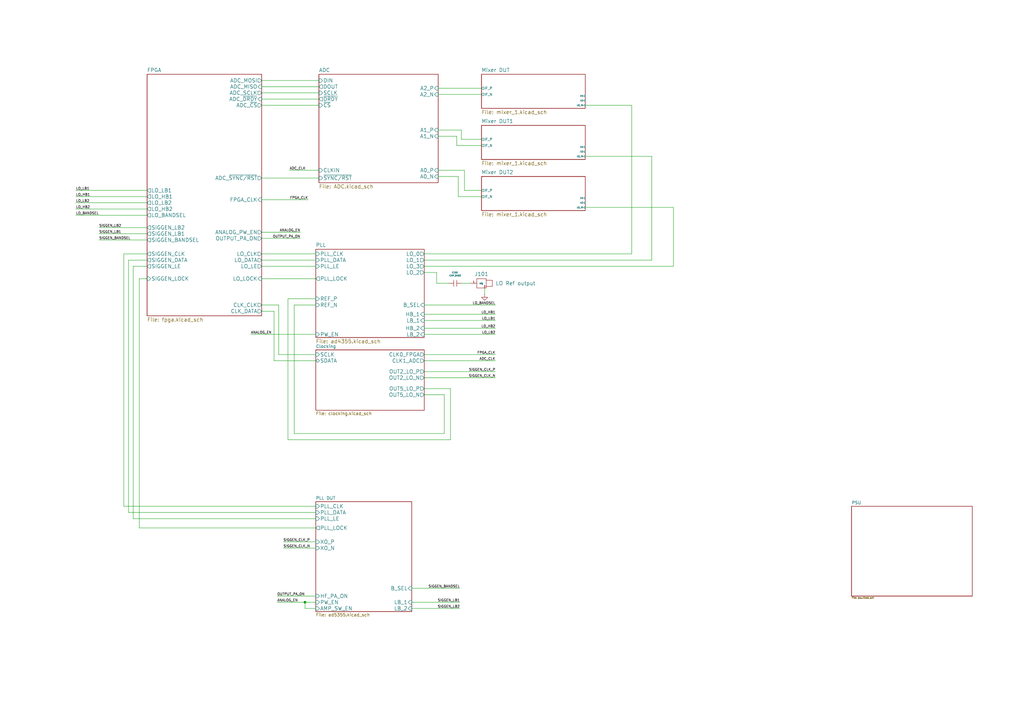
<source format=kicad_sch>
(kicad_sch (version 20211123) (generator eeschema)
  (paper "A3")
  (lib_symbols
    (symbol "adccore-rescue:GND" (power) (pin_names (offset 0))
      (property "Value" "GND" (at 0 -3.81 0))
      (symbol "GND_0_1"
        (polyline (pts (xy 0 0) (xy 0 -1.27) (xy 1.27 -1.27) (xy 0 -2.54) (xy -1.27 -1.27) (xy 0 -1.27)))
      )
      (symbol "GND_1_1"
        (pin power_in line (at 0 0 270) (length 0) hide (name "GND") (number "1"))
      )
    )
    (symbol "adccore-rescue:SMA_PCB" (pin_names (offset 1.016))
      (property "Reference" "J" (at 7.62 5.08 0))
      (property "Value" "SMA_PCB" (at 0 5.08 0))
      (symbol "SMA_PCB_0_1"
        (rectangle (start -5.08 -1.27) (end -2.54 -1.27))
        (rectangle (start -5.08 1.27) (end -5.08 -1.27))
        (rectangle (start -2.54 -1.905) (end 1.27 -1.905))
        (rectangle (start -2.54 1.27) (end -5.08 1.27))
        (rectangle (start -2.54 1.905) (end -2.54 -1.905))
        (rectangle (start -2.54 1.905) (end 1.27 1.905))
        (rectangle (start 1.27 -1.905) (end 1.27 1.905))
      )
      (symbol "SMA_PCB_1_1"
        (pin power_in line (at 3.81 0 180) (length 2.54) (name "sig") (number "1"))
        (pin power_in line (at -1.905 -1.905 0) (length 0) (name "~") (number "2"))
      )
    )
    (symbol "passives:CAP_0402" (pin_numbers hide) (pin_names (offset 0) hide)
      (property "Reference" "C" (at 0 -2.54 0))
      (property "Value" "CAP_0402" (at 0 1.905 0))
      (symbol "CAP_0402_0_1"
        (polyline (pts (xy -1.27 0) (xy -0.635 0)))
        (polyline (pts (xy -0.635 -1.27) (xy -0.635 1.27)))
        (polyline (pts (xy 0.635 -1.27) (xy 0.635 -0.635)))
        (polyline (pts (xy 0.635 0.635) (xy 0.635 -0.635)))
        (polyline (pts (xy 0.635 1.27) (xy 0.635 0.635)))
        (polyline (pts (xy 1.27 0) (xy 0.635 0)))
      )
      (symbol "CAP_0402_1_1"
        (pin passive line (at -2.54 0 0) (length 1.27) (name "~") (number "1"))
        (pin passive line (at 2.54 0 180) (length 1.27) (name "~") (number "2"))
      )
    )
  )
  (junction (at 125.095 247.015))
  (wire (pts (xy 187.96 72.39) (xy 179.705 72.39)))
  (wire (pts (xy 118.11 122.555) (xy 129.54 122.555)))
  (wire (pts (xy 187.96 80.645) (xy 187.96 72.39)))
  (wire (pts (xy 107.315 73.025) (xy 130.81 73.025)))
  (wire (pts (xy 60.325 93.345) (xy 40.64 93.345)))
  (wire (pts (xy 197.485 57.15) (xy 189.23 57.15)))
  (wire (pts (xy 54.61 109.22) (xy 60.325 109.22)))
  (wire (pts (xy 107.315 43.18) (xy 130.81 43.18)))
  (wire (pts (xy 179.07 111.76) (xy 179.07 116.205)))
  (wire (pts (xy 129.54 145.415) (xy 114.3 145.415)))
  (wire (pts (xy 173.99 147.955) (xy 203.2 147.955)))
  (wire (pts (xy 179.705 36.195) (xy 197.485 36.195)))
  (wire (pts (xy 60.325 78.105) (xy 31.115 78.105)))
  (wire (pts (xy 276.225 109.22) (xy 276.225 85.09)))
  (wire (pts (xy 190.5 78.105) (xy 190.5 69.85)))
  (wire (pts (xy 197.485 59.69) (xy 187.325 59.69)))
  (wire (pts (xy 116.205 222.25) (xy 129.54 222.25)))
  (wire (pts (xy 189.23 116.205) (xy 193.04 116.205)))
  (wire (pts (xy 120.65 125.095) (xy 120.65 177.8)))
  (wire (pts (xy 102.87 137.16) (xy 129.54 137.16)))
  (wire (pts (xy 173.99 137.16) (xy 203.2 137.16)))
  (wire (pts (xy 173.99 154.94) (xy 203.2 154.94)))
  (wire (pts (xy 179.705 38.735) (xy 197.485 38.735)))
  (wire (pts (xy 267.335 64.135) (xy 240.03 64.135)))
  (wire (pts (xy 187.325 59.69) (xy 187.325 55.88)))
  (wire (pts (xy 168.91 247.015) (xy 188.595 247.015)))
  (wire (pts (xy 182.245 161.925) (xy 173.99 161.925)))
  (wire (pts (xy 125.095 247.015) (xy 113.665 247.015)))
  (wire (pts (xy 107.315 114.3) (xy 129.54 114.3)))
  (wire (pts (xy 107.315 81.915) (xy 126.365 81.915)))
  (wire (pts (xy 57.15 114.3) (xy 57.15 216.535)))
  (wire (pts (xy 129.54 244.475) (xy 113.665 244.475)))
  (wire (pts (xy 173.99 152.4) (xy 203.2 152.4)))
  (wire (pts (xy 118.745 69.85) (xy 130.81 69.85)))
  (wire (pts (xy 107.315 33.02) (xy 130.81 33.02)))
  (wire (pts (xy 189.23 57.15) (xy 189.23 53.34)))
  (wire (pts (xy 52.705 210.185) (xy 129.54 210.185)))
  (wire (pts (xy 112.395 147.955) (xy 112.395 127.635)))
  (wire (pts (xy 129.54 212.725) (xy 54.61 212.725)))
  (wire (pts (xy 179.07 116.205) (xy 184.15 116.205)))
  (wire (pts (xy 129.54 125.095) (xy 120.65 125.095)))
  (wire (pts (xy 259.08 43.18) (xy 240.03 43.18)))
  (wire (pts (xy 60.325 114.3) (xy 57.15 114.3)))
  (wire (pts (xy 173.99 159.385) (xy 184.785 159.385)))
  (wire (pts (xy 173.99 128.905) (xy 203.2 128.905)))
  (wire (pts (xy 50.8 104.14) (xy 60.325 104.14)))
  (wire (pts (xy 197.485 78.105) (xy 190.5 78.105)))
  (wire (pts (xy 182.245 177.8) (xy 182.245 161.925)))
  (wire (pts (xy 267.335 106.68) (xy 267.335 64.135)))
  (wire (pts (xy 173.99 109.22) (xy 276.225 109.22)))
  (wire (pts (xy 112.395 127.635) (xy 107.315 127.635)))
  (wire (pts (xy 168.91 249.555) (xy 188.595 249.555)))
  (wire (pts (xy 173.99 134.62) (xy 203.2 134.62)))
  (wire (pts (xy 52.705 106.68) (xy 52.705 210.185)))
  (wire (pts (xy 107.315 35.56) (xy 130.81 35.56)))
  (wire (pts (xy 198.755 118.11) (xy 198.755 120.65)))
  (wire (pts (xy 173.99 125.095) (xy 203.2 125.095)))
  (wire (pts (xy 173.99 106.68) (xy 267.335 106.68)))
  (wire (pts (xy 114.3 145.415) (xy 114.3 125.095)))
  (wire (pts (xy 129.54 109.22) (xy 107.315 109.22)))
  (wire (pts (xy 184.785 159.385) (xy 184.785 180.34)))
  (wire (pts (xy 60.325 95.885) (xy 40.64 95.885)))
  (wire (pts (xy 60.325 85.725) (xy 31.115 85.725)))
  (wire (pts (xy 189.23 53.34) (xy 179.705 53.34)))
  (wire (pts (xy 259.08 104.14) (xy 259.08 43.18)))
  (wire (pts (xy 125.095 249.555) (xy 125.095 247.015)))
  (wire (pts (xy 129.54 147.955) (xy 112.395 147.955)))
  (wire (pts (xy 50.8 207.645) (xy 50.8 104.14)))
  (wire (pts (xy 276.225 85.09) (xy 240.03 85.09)))
  (wire (pts (xy 173.99 104.14) (xy 259.08 104.14)))
  (wire (pts (xy 187.325 55.88) (xy 179.705 55.88)))
  (wire (pts (xy 129.54 207.645) (xy 50.8 207.645)))
  (wire (pts (xy 197.485 80.645) (xy 187.96 80.645)))
  (wire (pts (xy 107.315 106.68) (xy 129.54 106.68)))
  (wire (pts (xy 129.54 104.14) (xy 107.315 104.14)))
  (wire (pts (xy 129.54 247.015) (xy 125.095 247.015)))
  (wire (pts (xy 129.54 249.555) (xy 125.095 249.555)))
  (wire (pts (xy 107.315 38.1) (xy 130.81 38.1)))
  (wire (pts (xy 107.315 95.25) (xy 123.19 95.25)))
  (wire (pts (xy 60.325 106.68) (xy 52.705 106.68)))
  (wire (pts (xy 114.3 125.095) (xy 107.315 125.095)))
  (wire (pts (xy 120.65 177.8) (xy 182.245 177.8)))
  (wire (pts (xy 60.325 80.645) (xy 31.115 80.645)))
  (wire (pts (xy 173.99 131.445) (xy 203.2 131.445)))
  (wire (pts (xy 54.61 212.725) (xy 54.61 109.22)))
  (wire (pts (xy 168.91 241.3) (xy 188.595 241.3)))
  (wire (pts (xy 60.325 88.265) (xy 31.115 88.265)))
  (wire (pts (xy 60.325 98.425) (xy 40.64 98.425)))
  (wire (pts (xy 107.315 97.79) (xy 123.19 97.79)))
  (wire (pts (xy 173.99 145.415) (xy 203.2 145.415)))
  (wire (pts (xy 116.205 224.79) (xy 129.54 224.79)))
  (wire (pts (xy 107.315 40.64) (xy 130.81 40.64)))
  (wire (pts (xy 184.785 180.34) (xy 118.11 180.34)))
  (wire (pts (xy 190.5 69.85) (xy 179.705 69.85)))
  (wire (pts (xy 118.11 180.34) (xy 118.11 122.555)))
  (wire (pts (xy 57.15 216.535) (xy 129.54 216.535)))
  (wire (pts (xy 60.325 83.185) (xy 31.115 83.185)))
  (wire (pts (xy 173.99 111.76) (xy 179.07 111.76)))
  (label "LO_HB2" (at 31.115 85.725 0) (effects (font (size 1 1))))
  (label "LO_HB1" (at 203.2 128.905 180) (effects (font (size 1 1))))
  (label "ADC_CLK" (at 203.2 147.955 180) (effects (font (size 1 1))))
  (label "FPGA_CLK" (at 203.2 145.415 180) (effects (font (size 1 1))))
  (label "SIGGEN_LB1" (at 188.595 247.015 180) (effects (font (size 1 1))))
  (label "LO_BANDSEL" (at 203.2 125.095 180) (effects (font (size 1 1))))
  (label "OUTPUT_PA_ON" (at 123.19 97.79 180) (effects (font (size 1 1))))
  (label "SIGGEN_CLK_P" (at 203.2 152.4 180) (effects (font (size 1 1))))
  (label "LO_LB1" (at 31.115 78.105 0) (effects (font (size 1 1))))
  (label "SIGGEN_CLK_N" (at 203.2 154.94 180) (effects (font (size 1 1))))
  (label "OUTPUT_PA_ON" (at 113.665 244.475 0) (effects (font (size 1 1))))
  (label "LO_BANDSEL" (at 31.115 88.265 0) (effects (font (size 1 1))))
  (label "SIGGEN_BANDSEL" (at 188.595 241.3 180) (effects (font (size 1 1))))
  (label "ANALOG_EN" (at 113.665 247.015 0) (effects (font (size 1 1))))
  (label "ADC_CLK" (at 118.745 69.85 0) (effects (font (size 1 1))))
  (label "LO_LB2" (at 31.115 83.185 0) (effects (font (size 1 1))))
  (label "SIGGEN_LB2" (at 188.595 249.555 180) (effects (font (size 1 1))))
  (label "SIGGEN_CLK_N" (at 116.205 224.79 0) (effects (font (size 1 1))))
  (label "SIGGEN_CLK_P" (at 116.205 222.25 0) (effects (font (size 1 1))))
  (label "LO_HB2" (at 203.2 134.62 180) (effects (font (size 1 1))))
  (label "FPGA_CLK" (at 126.365 81.915 180) (effects (font (size 1 1))))
  (label "ANALOG_EN" (at 102.87 137.16 0) (effects (font (size 1 1))))
  (label "SIGGEN_LB1" (at 40.64 95.885 0) (effects (font (size 1 1))))
  (label "SIGGEN_LB2" (at 40.64 93.345 0) (effects (font (size 1 1))))
  (label "ANALOG_EN" (at 123.19 95.25 180) (effects (font (size 1 1))))
  (label "LO_LB2" (at 203.2 137.16 180) (effects (font (size 1 1))))
  (label "LO_LB1" (at 203.2 131.445 180) (effects (font (size 1 1))))
  (label "LO_HB1" (at 31.115 80.645 0) (effects (font (size 1 1))))
  (label "SIGGEN_BANDSEL" (at 40.64 98.425 0) (effects (font (size 1 1))))
  (symbol (lib_id "passives:CAP_0402") (at 186.69 116.205 0) (unit 1)
    (property "Reference" "C101" (at 186.69 111.76 0) (effects (font (size 0.635 0.635))))
    (property "Value" "CAP_0402" (at 186.69 113.03 0) (effects (font (size 0.635 0.635))))
    (property "Footprint" "General_SMD:SM0402" (effects hide))
  )
  (symbol (lib_id "adccore-rescue:GND") (at 198.755 120.65 0) (unit 1)
    (property "Reference" "#PWR0194" (effects hide))
    (property "Value" "GND" (effects hide))
  )
  (symbol (lib_id "adccore-rescue:SMA_PCB") (at 196.85 116.205 0) (mirror y) (unit 1)
    (property "Reference" "J101" (at 197.485 112.395 0) (effects (font (size 1.524 1.524))))
    (property "Value" "LO Ref output" (at 211.455 116.205 0) (effects (font (size 1.524 1.524))))
    (property "Footprint" "Connectors_RF:SMA_AMP_132255-12" (effects hide))
  )
  (sheet (at 60.325 30.48) (size 46.99 99.06)
    (property "Sheet name" "FPGA" (at 60.325 29.6414 0) (effects (font (size 1.524 1.524)) (justify left bottom)))
    (property "Sheet file" "fpga.kicad_sch" (at 60.325 130.2262 0) (effects (font (size 1.524 1.524)) (justify left top)))
    (pin "FPGA_CLK" input (at 107.315 81.915 0) (effects (font (size 1.524 1.524))))
    (pin "ADC_MOSI" output (at 107.315 33.02 0) (effects (font (size 1.524 1.524))))
    (pin "ADC_MISO" input (at 107.315 35.56 0) (effects (font (size 1.524 1.524))))
    (pin "ADC_~{CS}" output (at 107.315 43.18 0) (effects (font (size 1.524 1.524))))
    (pin "ADC_~{SYNC{slash}RST}" output (at 107.315 73.025 0) (effects (font (size 1.524 1.524))))
    (pin "ADC_SCLK" output (at 107.315 38.1 0) (effects (font (size 1.524 1.524))))
    (pin "ADC_~{DRDY}" input (at 107.315 40.64 0) (effects (font (size 1.524 1.524))))
    (pin "LO_DATA" output (at 107.315 106.68 0) (effects (font (size 1.524 1.524))))
    (pin "LO_CLK" output (at 107.315 104.14 0) (effects (font (size 1.524 1.524))))
    (pin "LO_LE" output (at 107.315 109.22 0) (effects (font (size 1.524 1.524))))
    (pin "LO_LOCK" input (at 107.315 114.3 0) (effects (font (size 1.524 1.524))))
    (pin "CLK_DATA" output (at 107.315 127.635 0) (effects (font (size 1.524 1.524))))
    (pin "CLK_CLK" output (at 107.315 125.095 0) (effects (font (size 1.524 1.524))))
    (pin "SIGGEN_LE" output (at 60.325 109.22 180) (effects (font (size 1.524 1.524))))
    (pin "SIGGEN_CLK" output (at 60.325 104.14 180) (effects (font (size 1.524 1.524))))
    (pin "SIGGEN_LOCK" input (at 60.325 114.3 180) (effects (font (size 1.524 1.524))))
    (pin "SIGGEN_DATA" output (at 60.325 106.68 180) (effects (font (size 1.524 1.524))))
    (pin "ANALOG_PW_EN" output (at 107.315 95.25 0) (effects (font (size 1.524 1.524))))
    (pin "OUTPUT_PA_ON" output (at 107.315 97.79 0) (effects (font (size 1.524 1.524))))
    (pin "SIGGEN_BANDSEL" output (at 60.325 98.425 180) (effects (font (size 1.524 1.524))))
    (pin "SIGGEN_LB1" output (at 60.325 95.885 180) (effects (font (size 1.524 1.524))))
    (pin "SIGGEN_LB2" output (at 60.325 93.345 180) (effects (font (size 1.524 1.524))))
    (pin "LO_BANDSEL" output (at 60.325 88.265 180) (effects (font (size 1.524 1.524))))
    (pin "LO_HB2" output (at 60.325 85.725 180) (effects (font (size 1.524 1.524))))
    (pin "LO_LB2" output (at 60.325 83.185 180) (effects (font (size 1.524 1.524))))
    (pin "LO_HB1" output (at 60.325 80.645 180) (effects (font (size 1.524 1.524))))
    (pin "LO_LB1" output (at 60.325 78.105 180) (effects (font (size 1.524 1.524))))
  )
  (sheet (at 130.81 30.48) (size 48.895 44.45)
    (property "Sheet name" "ADC" (at 130.81 29.6414 0) (effects (font (size 1.524 1.524)) (justify left bottom)))
    (property "Sheet file" "ADC.kicad_sch" (at 130.81 75.6162 0) (effects (font (size 1.524 1.524)) (justify left top)))
    (pin "A2_P" input (at 179.705 36.195 0) (effects (font (size 1.524 1.524))))
    (pin "A2_N" input (at 179.705 38.735 0) (effects (font (size 1.524 1.524))))
    (pin "A0_P" input (at 179.705 69.85 0) (effects (font (size 1.524 1.524))))
    (pin "A0_N" input (at 179.705 72.39 0) (effects (font (size 1.524 1.524))))
    (pin "A1_N" input (at 179.705 55.88 0) (effects (font (size 1.524 1.524))))
    (pin "A1_P" input (at 179.705 53.34 0) (effects (font (size 1.524 1.524))))
    (pin "DIN" input (at 130.81 33.02 180) (effects (font (size 1.524 1.524))))
    (pin "DOUT" output (at 130.81 35.56 180) (effects (font (size 1.524 1.524))))
    (pin "SCLK" input (at 130.81 38.1 180) (effects (font (size 1.524 1.524))))
    (pin "~{DRDY}" output (at 130.81 40.64 180) (effects (font (size 1.524 1.524))))
    (pin "~{CS}" input (at 130.81 43.18 180) (effects (font (size 1.524 1.524))))
    (pin "~{SYNC{slash}RST}" input (at 130.81 73.025 180) (effects (font (size 1.524 1.524))))
    (pin "CLKIN" input (at 130.81 69.85 180) (effects (font (size 1.524 1.524))))
  )
  (sheet (at 197.485 30.48) (size 42.545 13.97)
    (property "Sheet name" "Mixer DUT" (at 197.485 29.6414 0) (effects (font (size 1.524 1.524)) (justify left bottom)))
    (property "Sheet file" "mixer_1.kicad_sch" (at 197.485 45.1362 0) (effects (font (size 1.524 1.524)) (justify left top)))
    (pin "LO_IN" input (at 240.03 43.18 0) (effects (font (size 0.635 0.635))))
    (pin "X2" input (at 240.03 41.275 0) (effects (font (size 0.635 0.635))))
    (pin "EN" input (at 240.03 39.37 0) (effects (font (size 0.635 0.635))))
    (pin "IF_P" output (at 197.485 36.195 180) (effects (font (size 1 1))))
    (pin "IF_N" output (at 197.485 38.735 180) (effects (font (size 1 1))))
  )
  (sheet (at 129.54 102.235) (size 44.45 36.195)
    (property "Sheet name" "PLL" (at 129.54 101.3964 0) (effects (font (size 1.524 1.524)) (justify left bottom)))
    (property "Sheet file" "ad4355.kicad_sch" (at 129.54 139.1162 0) (effects (font (size 1.524 1.524)) (justify left top)))
    (pin "PLL_CLK" input (at 129.54 104.14 180) (effects (font (size 1.524 1.524))))
    (pin "PLL_DATA" input (at 129.54 106.68 180) (effects (font (size 1.524 1.524))))
    (pin "PLL_LE" input (at 129.54 109.22 180) (effects (font (size 1.524 1.524))))
    (pin "PLL_LOCK" output (at 129.54 114.3 180) (effects (font (size 1.524 1.524))))
    (pin "LO_0" output (at 173.99 104.14 0) (effects (font (size 1.524 1.524))))
    (pin "LO_1" output (at 173.99 106.68 0) (effects (font (size 1.524 1.524))))
    (pin "LO_3" output (at 173.99 109.22 0) (effects (font (size 1.524 1.524))))
    (pin "LO_2" output (at 173.99 111.76 0) (effects (font (size 1.524 1.524))))
    (pin "REF_P" input (at 129.54 122.555 180) (effects (font (size 1.524 1.524))))
    (pin "REF_N" input (at 129.54 125.095 180) (effects (font (size 1.524 1.524))))
    (pin "LB_1" input (at 173.99 131.445 0) (effects (font (size 1.524 1.524))))
    (pin "PW_EN" input (at 129.54 137.16 180) (effects (font (size 1.524 1.524))))
    (pin "B_SEL" input (at 173.99 125.095 0) (effects (font (size 1.524 1.524))))
    (pin "HB_2" input (at 173.99 134.62 0) (effects (font (size 1.524 1.524))))
    (pin "LB_2" input (at 173.99 137.16 0) (effects (font (size 1.524 1.524))))
    (pin "HB_1" input (at 173.99 128.905 0) (effects (font (size 1.524 1.524))))
  )
  (sheet (at 349.25 207.645) (size 49.53 36.83)
    (property "Sheet name" "PSU" (at 349.25 206.9334 0) (effects (justify left bottom)))
    (property "Sheet file" "psu.kicad_sch" (at 349.25 244.8056 0) (effects (font (size 0.635 0.635)) (justify left top)))
  )
  (sheet (at 197.485 51.435) (size 42.545 13.97)
    (property "Sheet name" "Mixer DUT1" (at 197.485 50.5964 0) (effects (font (size 1.524 1.524)) (justify left bottom)))
    (property "Sheet file" "mixer_1.kicad_sch" (at 197.485 66.0912 0) (effects (font (size 1.524 1.524)) (justify left top)))
    (pin "LO_IN" input (at 240.03 64.135 0) (effects (font (size 0.635 0.635))))
    (pin "X2" input (at 240.03 62.23 0) (effects (font (size 0.635 0.635))))
    (pin "EN" input (at 240.03 60.325 0) (effects (font (size 0.635 0.635))))
    (pin "IF_P" output (at 197.485 57.15 180) (effects (font (size 1 1))))
    (pin "IF_N" output (at 197.485 59.69 180) (effects (font (size 1 1))))
  )
  (sheet (at 129.54 205.74) (size 39.37 45.085) (stroke (width 0.1524))
    (property "Sheet name" "PLL DUT" (at 129.54 205.0284 0) (effects (justify left bottom)))
    (property "Sheet file" "ad5355.kicad_sch" (at 129.54 251.4096 0) (effects (justify left top)))
    (pin "LB_2" input (at 168.91 249.555 0) (effects (font (size 1.524 1.524))))
    (pin "XO_P" input (at 129.54 222.25 180) (effects (font (size 1.524 1.524))))
    (pin "PLL_LOCK" output (at 129.54 216.535 180) (effects (font (size 1.524 1.524))))
    (pin "XO_N" input (at 129.54 224.79 180) (effects (font (size 1.524 1.524))))
    (pin "PLL_DATA" input (at 129.54 210.185 180) (effects (font (size 1.524 1.524))))
    (pin "PLL_LE" input (at 129.54 212.725 180) (effects (font (size 1.524 1.524))))
    (pin "PLL_CLK" input (at 129.54 207.645 180) (effects (font (size 1.524 1.524))))
    (pin "AMP_SW_EN" input (at 129.54 249.555 180) (effects (font (size 1.524 1.524))))
    (pin "PW_EN" input (at 129.54 247.015 180) (effects (font (size 1.524 1.524))))
    (pin "HF_PA_ON" input (at 129.54 244.475 180) (effects (font (size 1.524 1.524))))
    (pin "B_SEL" input (at 168.91 241.3 0) (effects (font (size 1.524 1.524))))
    (pin "LB_1" input (at 168.91 247.015 0) (effects (font (size 1.524 1.524))))
  )
  (sheet (at 129.54 143.51) (size 44.45 24.765) (stroke (width 0.1524))
    (property "Sheet name" "Clocking" (at 129.54 142.7984 0) (effects (justify left bottom)))
    (property "Sheet file" "clocking.kicad_sch" (at 129.54 168.8596 0) (effects (justify left top)))
    (pin "SCLK" input (at 129.54 145.415 180) (effects (font (size 1.524 1.524))))
    (pin "SDATA" bidirectional (at 129.54 147.955 180) (effects (font (size 1.524 1.524))))
    (pin "CLK0_FPGA" output (at 173.99 145.415 0) (effects (font (size 1.524 1.524))))
    (pin "CLK1_ADC" output (at 173.99 147.955 0) (effects (font (size 1.524 1.524))))
    (pin "OUT2_LO_P" output (at 173.99 152.4 0) (effects (font (size 1.524 1.524))))
    (pin "OUT2_LO_N" output (at 173.99 154.94 0) (effects (font (size 1.524 1.524))))
    (pin "OUT5_LO_P" output (at 173.99 159.385 0) (effects (font (size 1.524 1.524))))
    (pin "OUT5_LO_N" output (at 173.99 161.925 0) (effects (font (size 1.524 1.524))))
  )
  (sheet (at 197.485 72.39) (size 42.545 13.97)
    (property "Sheet name" "Mixer DUT2" (at 197.485 71.5514 0) (effects (font (size 1.524 1.524)) (justify left bottom)))
    (property "Sheet file" "mixer_1.kicad_sch" (at 197.485 87.0462 0) (effects (font (size 1.524 1.524)) (justify left top)))
    (pin "LO_IN" input (at 240.03 85.09 0) (effects (font (size 0.635 0.635))))
    (pin "X2" input (at 240.03 83.185 0) (effects (font (size 0.635 0.635))))
    (pin "EN" input (at 240.03 81.28 0) (effects (font (size 0.635 0.635))))
    (pin "IF_P" output (at 197.485 78.105 180) (effects (font (size 1 1))))
    (pin "IF_N" output (at 197.485 80.645 180) (effects (font (size 1 1))))
  )
)
</source>
